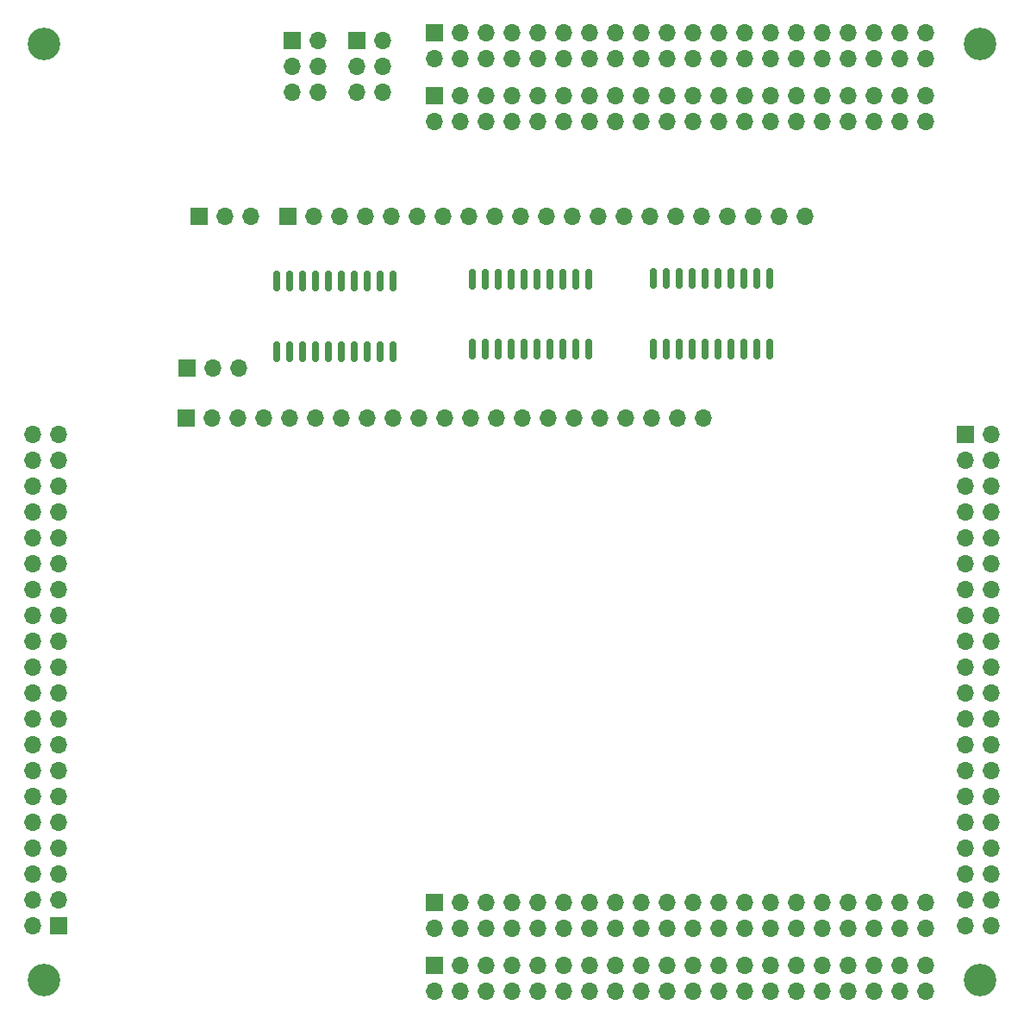
<source format=gbr>
%TF.GenerationSoftware,KiCad,Pcbnew,7.0.5-7.0.5~ubuntu20.04.1*%
%TF.CreationDate,2023-07-18T14:51:19+02:00*%
%TF.ProjectId,SplitterBoard,53706c69-7474-4657-9242-6f6172642e6b,rev?*%
%TF.SameCoordinates,Original*%
%TF.FileFunction,Soldermask,Top*%
%TF.FilePolarity,Negative*%
%FSLAX46Y46*%
G04 Gerber Fmt 4.6, Leading zero omitted, Abs format (unit mm)*
G04 Created by KiCad (PCBNEW 7.0.5-7.0.5~ubuntu20.04.1) date 2023-07-18 14:51:19*
%MOMM*%
%LPD*%
G01*
G04 APERTURE LIST*
G04 Aperture macros list*
%AMRoundRect*
0 Rectangle with rounded corners*
0 $1 Rounding radius*
0 $2 $3 $4 $5 $6 $7 $8 $9 X,Y pos of 4 corners*
0 Add a 4 corners polygon primitive as box body*
4,1,4,$2,$3,$4,$5,$6,$7,$8,$9,$2,$3,0*
0 Add four circle primitives for the rounded corners*
1,1,$1+$1,$2,$3*
1,1,$1+$1,$4,$5*
1,1,$1+$1,$6,$7*
1,1,$1+$1,$8,$9*
0 Add four rect primitives between the rounded corners*
20,1,$1+$1,$2,$3,$4,$5,0*
20,1,$1+$1,$4,$5,$6,$7,0*
20,1,$1+$1,$6,$7,$8,$9,0*
20,1,$1+$1,$8,$9,$2,$3,0*%
G04 Aperture macros list end*
%ADD10RoundRect,0.150000X0.150000X-0.837500X0.150000X0.837500X-0.150000X0.837500X-0.150000X-0.837500X0*%
%ADD11R,1.700000X1.700000*%
%ADD12O,1.700000X1.700000*%
%ADD13C,3.200000*%
G04 APERTURE END LIST*
D10*
%TO.C,U4*%
X163855400Y-74015600D03*
X165125400Y-74015600D03*
X166395400Y-74015600D03*
X167665400Y-74015600D03*
X168935400Y-74015600D03*
X170205400Y-74015600D03*
X171475400Y-74015600D03*
X172745400Y-74015600D03*
X174015400Y-74015600D03*
X175285400Y-74015600D03*
X175285400Y-67090600D03*
X174015400Y-67090600D03*
X172745400Y-67090600D03*
X171475400Y-67090600D03*
X170205400Y-67090600D03*
X168935400Y-67090600D03*
X167665400Y-67090600D03*
X166395400Y-67090600D03*
X165125400Y-67090600D03*
X163855400Y-67090600D03*
%TD*%
%TO.C,U2*%
X146100800Y-74023700D03*
X147370800Y-74023700D03*
X148640800Y-74023700D03*
X149910800Y-74023700D03*
X151180800Y-74023700D03*
X152450800Y-74023700D03*
X153720800Y-74023700D03*
X154990800Y-74023700D03*
X156260800Y-74023700D03*
X157530800Y-74023700D03*
X157530800Y-67098700D03*
X156260800Y-67098700D03*
X154990800Y-67098700D03*
X153720800Y-67098700D03*
X152450800Y-67098700D03*
X151180800Y-67098700D03*
X149910800Y-67098700D03*
X148640800Y-67098700D03*
X147370800Y-67098700D03*
X146100800Y-67098700D03*
%TD*%
%TO.C,U1*%
X126923800Y-67293800D03*
X128193800Y-67293800D03*
X129463800Y-67293800D03*
X130733800Y-67293800D03*
X132003800Y-67293800D03*
X133273800Y-67293800D03*
X134543800Y-67293800D03*
X135813800Y-67293800D03*
X137083800Y-67293800D03*
X138353800Y-67293800D03*
X138353800Y-74218800D03*
X137083800Y-74218800D03*
X135813800Y-74218800D03*
X134543800Y-74218800D03*
X133273800Y-74218800D03*
X132003800Y-74218800D03*
X130733800Y-74218800D03*
X129463800Y-74218800D03*
X128193800Y-74218800D03*
X126923800Y-74218800D03*
%TD*%
D11*
%TO.C,J1*%
X142360000Y-42957000D03*
D12*
X142360000Y-45497000D03*
X144900000Y-42957000D03*
X144900000Y-45497000D03*
X147440000Y-42957000D03*
X147440000Y-45497000D03*
X149980000Y-42957000D03*
X149980000Y-45497000D03*
X152520000Y-42957000D03*
X152520000Y-45497000D03*
X155060000Y-42957000D03*
X155060000Y-45497000D03*
X157600000Y-42957000D03*
X157600000Y-45497000D03*
X160140000Y-42957000D03*
X160140000Y-45497000D03*
X162680000Y-42957000D03*
X162680000Y-45497000D03*
X165220000Y-42957000D03*
X165220000Y-45497000D03*
X167760000Y-42957000D03*
X167760000Y-45497000D03*
X170300000Y-42957000D03*
X170300000Y-45497000D03*
X172840000Y-42957000D03*
X172840000Y-45497000D03*
X175380000Y-42957000D03*
X175380000Y-45497000D03*
X177920000Y-42957000D03*
X177920000Y-45497000D03*
X180460000Y-42957000D03*
X180460000Y-45497000D03*
X183000000Y-42957000D03*
X183000000Y-45497000D03*
X185540000Y-42957000D03*
X185540000Y-45497000D03*
X188080000Y-42957000D03*
X188080000Y-45497000D03*
X190620000Y-42957000D03*
X190620000Y-45497000D03*
%TD*%
D11*
%TO.C,J6*%
X105497000Y-130620000D03*
D12*
X102957000Y-130620000D03*
X105497000Y-128080000D03*
X102957000Y-128080000D03*
X105497000Y-125540000D03*
X102957000Y-125540000D03*
X105497000Y-123000000D03*
X102957000Y-123000000D03*
X105497000Y-120460000D03*
X102957000Y-120460000D03*
X105497000Y-117920000D03*
X102957000Y-117920000D03*
X105497000Y-115380000D03*
X102957000Y-115380000D03*
X105497000Y-112840000D03*
X102957000Y-112840000D03*
X105497000Y-110300000D03*
X102957000Y-110300000D03*
X105497000Y-107760000D03*
X102957000Y-107760000D03*
X105497000Y-105220000D03*
X102957000Y-105220000D03*
X105497000Y-102680000D03*
X102957000Y-102680000D03*
X105497000Y-100140000D03*
X102957000Y-100140000D03*
X105497000Y-97600000D03*
X102957000Y-97600000D03*
X105497000Y-95060000D03*
X102957000Y-95060000D03*
X105497000Y-92520000D03*
X102957000Y-92520000D03*
X105497000Y-89980000D03*
X102957000Y-89980000D03*
X105497000Y-87440000D03*
X102957000Y-87440000D03*
X105497000Y-84900000D03*
X102957000Y-84900000D03*
X105497000Y-82360000D03*
X102957000Y-82360000D03*
%TD*%
%TO.C,J7*%
X168800000Y-80772000D03*
X166260000Y-80772000D03*
X163720000Y-80772000D03*
X161180000Y-80772000D03*
X158640000Y-80772000D03*
X156100000Y-80772000D03*
X153560000Y-80772000D03*
X151020000Y-80772000D03*
X148480000Y-80772000D03*
X145940000Y-80772000D03*
X143400000Y-80772000D03*
X140860000Y-80772000D03*
X138320000Y-80772000D03*
X135780000Y-80772000D03*
X133240000Y-80772000D03*
X130700000Y-80772000D03*
X128160000Y-80772000D03*
X125620000Y-80772000D03*
X123080000Y-80772000D03*
X120540000Y-80772000D03*
D11*
X118000000Y-80772000D03*
%TD*%
D13*
%TO.C,H1*%
X196000000Y-136000000D03*
%TD*%
D11*
%TO.C,J2*%
X142360000Y-134503000D03*
D12*
X142360000Y-137043000D03*
X144900000Y-134503000D03*
X144900000Y-137043000D03*
X147440000Y-134503000D03*
X147440000Y-137043000D03*
X149980000Y-134503000D03*
X149980000Y-137043000D03*
X152520000Y-134503000D03*
X152520000Y-137043000D03*
X155060000Y-134503000D03*
X155060000Y-137043000D03*
X157600000Y-134503000D03*
X157600000Y-137043000D03*
X160140000Y-134503000D03*
X160140000Y-137043000D03*
X162680000Y-134503000D03*
X162680000Y-137043000D03*
X165220000Y-134503000D03*
X165220000Y-137043000D03*
X167760000Y-134503000D03*
X167760000Y-137043000D03*
X170300000Y-134503000D03*
X170300000Y-137043000D03*
X172840000Y-134503000D03*
X172840000Y-137043000D03*
X175380000Y-134503000D03*
X175380000Y-137043000D03*
X177920000Y-134503000D03*
X177920000Y-137043000D03*
X180460000Y-134503000D03*
X180460000Y-137043000D03*
X183000000Y-134503000D03*
X183000000Y-137043000D03*
X185540000Y-134503000D03*
X185540000Y-137043000D03*
X188080000Y-134503000D03*
X188080000Y-137043000D03*
X190620000Y-134503000D03*
X190620000Y-137043000D03*
%TD*%
D11*
%TO.C,J5*%
X194503000Y-82360000D03*
D12*
X197043000Y-82360000D03*
X194503000Y-84900000D03*
X197043000Y-84900000D03*
X194503000Y-87440000D03*
X197043000Y-87440000D03*
X194503000Y-89980000D03*
X197043000Y-89980000D03*
X194503000Y-92520000D03*
X197043000Y-92520000D03*
X194503000Y-95060000D03*
X197043000Y-95060000D03*
X194503000Y-97600000D03*
X197043000Y-97600000D03*
X194503000Y-100140000D03*
X197043000Y-100140000D03*
X194503000Y-102680000D03*
X197043000Y-102680000D03*
X194503000Y-105220000D03*
X197043000Y-105220000D03*
X194503000Y-107760000D03*
X197043000Y-107760000D03*
X194503000Y-110300000D03*
X197043000Y-110300000D03*
X194503000Y-112840000D03*
X197043000Y-112840000D03*
X194503000Y-115380000D03*
X197043000Y-115380000D03*
X194503000Y-117920000D03*
X197043000Y-117920000D03*
X194503000Y-120460000D03*
X197043000Y-120460000D03*
X194503000Y-123000000D03*
X197043000Y-123000000D03*
X194503000Y-125540000D03*
X197043000Y-125540000D03*
X194503000Y-128080000D03*
X197043000Y-128080000D03*
X194503000Y-130620000D03*
X197043000Y-130620000D03*
%TD*%
D13*
%TO.C,H3*%
X196000000Y-44000000D03*
%TD*%
D11*
%TO.C,J4*%
X142369130Y-128328879D03*
D12*
X142369130Y-130868879D03*
X144909130Y-128328879D03*
X144909130Y-130868879D03*
X147449130Y-128328879D03*
X147449130Y-130868879D03*
X149989130Y-128328879D03*
X149989130Y-130868879D03*
X152529130Y-128328879D03*
X152529130Y-130868879D03*
X155069130Y-128328879D03*
X155069130Y-130868879D03*
X157609130Y-128328879D03*
X157609130Y-130868879D03*
X160149130Y-128328879D03*
X160149130Y-130868879D03*
X162689130Y-128328879D03*
X162689130Y-130868879D03*
X165229130Y-128328879D03*
X165229130Y-130868879D03*
X167769130Y-128328879D03*
X167769130Y-130868879D03*
X170309130Y-128328879D03*
X170309130Y-130868879D03*
X172849130Y-128328879D03*
X172849130Y-130868879D03*
X175389130Y-128328879D03*
X175389130Y-130868879D03*
X177929130Y-128328879D03*
X177929130Y-130868879D03*
X180469130Y-128328879D03*
X180469130Y-130868879D03*
X183009130Y-128328879D03*
X183009130Y-130868879D03*
X185549130Y-128328879D03*
X185549130Y-130868879D03*
X188089130Y-128328879D03*
X188089130Y-130868879D03*
X190629130Y-128328879D03*
X190629130Y-130868879D03*
%TD*%
D11*
%TO.C,J11*%
X119253000Y-60934600D03*
D12*
X121793000Y-60934600D03*
X124333000Y-60934600D03*
%TD*%
D11*
%TO.C,J8*%
X128000000Y-60960000D03*
D12*
X130540000Y-60960000D03*
X133080000Y-60960000D03*
X135620000Y-60960000D03*
X138160000Y-60960000D03*
X140700000Y-60960000D03*
X143240000Y-60960000D03*
X145780000Y-60960000D03*
X148320000Y-60960000D03*
X150860000Y-60960000D03*
X153400000Y-60960000D03*
X155940000Y-60960000D03*
X158480000Y-60960000D03*
X161020000Y-60960000D03*
X163560000Y-60960000D03*
X166100000Y-60960000D03*
X168640000Y-60960000D03*
X171180000Y-60960000D03*
X173720000Y-60960000D03*
X176260000Y-60960000D03*
X178800000Y-60960000D03*
%TD*%
D11*
%TO.C,J12*%
X118059200Y-75869800D03*
D12*
X120599200Y-75869800D03*
X123139200Y-75869800D03*
%TD*%
D13*
%TO.C,H4*%
X104000000Y-44000000D03*
%TD*%
%TO.C,H2*%
X104000000Y-136000000D03*
%TD*%
D11*
%TO.C,J10*%
X134747000Y-43688000D03*
D12*
X137287000Y-43688000D03*
X134747000Y-46228000D03*
X137287000Y-46228000D03*
X134747000Y-48768000D03*
X137287000Y-48768000D03*
%TD*%
D11*
%TO.C,J9*%
X128436000Y-43688000D03*
D12*
X130976000Y-43688000D03*
X128436000Y-46228000D03*
X130976000Y-46228000D03*
X128436000Y-48768000D03*
X130976000Y-48768000D03*
%TD*%
D11*
%TO.C,J3*%
X142360397Y-49123807D03*
D12*
X142360397Y-51663807D03*
X144900397Y-49123807D03*
X144900397Y-51663807D03*
X147440397Y-49123807D03*
X147440397Y-51663807D03*
X149980397Y-49123807D03*
X149980397Y-51663807D03*
X152520397Y-49123807D03*
X152520397Y-51663807D03*
X155060397Y-49123807D03*
X155060397Y-51663807D03*
X157600397Y-49123807D03*
X157600397Y-51663807D03*
X160140397Y-49123807D03*
X160140397Y-51663807D03*
X162680397Y-49123807D03*
X162680397Y-51663807D03*
X165220397Y-49123807D03*
X165220397Y-51663807D03*
X167760397Y-49123807D03*
X167760397Y-51663807D03*
X170300397Y-49123807D03*
X170300397Y-51663807D03*
X172840397Y-49123807D03*
X172840397Y-51663807D03*
X175380397Y-49123807D03*
X175380397Y-51663807D03*
X177920397Y-49123807D03*
X177920397Y-51663807D03*
X180460397Y-49123807D03*
X180460397Y-51663807D03*
X183000397Y-49123807D03*
X183000397Y-51663807D03*
X185540397Y-49123807D03*
X185540397Y-51663807D03*
X188080397Y-49123807D03*
X188080397Y-51663807D03*
X190620397Y-49123807D03*
X190620397Y-51663807D03*
%TD*%
M02*

</source>
